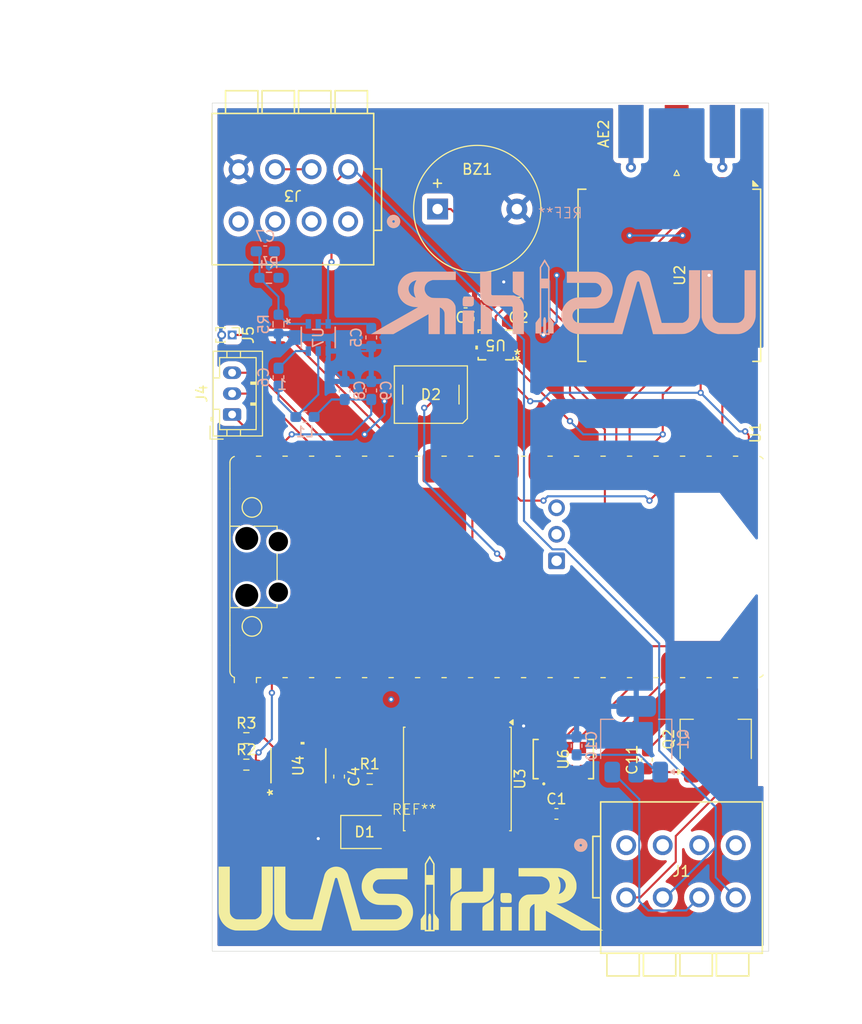
<source format=kicad_pcb>
(kicad_pcb (version 20240108) (generator "pcbnew") (generator_version "8.0")
  (layers (0 "F.Cu" signal) (31 "B.Cu" signal) (34 "B.Paste" user) (35 "F.Paste" user) (36 "B.SilkS" user "B.Silkscreen") (37 "F.SilkS" user "F.Silkscreen") (38 "B.Mask" user) (39 "F.Mask" user) (44 "Edge.Cuts" user))
  (net 0 "")
  (net 6 "Net-(D1-A)")
  (net 10 "TX_1")
  (net 14 "MOSI_1")
  (net 15 "SCK_1")
  (net 19 "MISO_1")
  (net 20 "+3.3V")
  (net 21 "/PYRO_1")
  (net 23 "RX_1")
  (net 24 "/PYRO_2")
  (net 25 "RST_GPS")
  (net 26 "Net-(J1-3_2)")
  (net 27 "CNs_1")
  (net 28 "GND")
  (net 29 "PIO1")
  (net 31 "Net-(J1-1_2)")
  (net 34 "/PYRO_CHECK_1")
  (net 35 "/PYRO_CHECK_2")
  (net 36 "/PYRO_EN")
  (net 37 "Net-(AE2-A)")
  (net 38 "PIO2")
  (net 39 "Net-(U3-TIMEPULSE)")
  (net 41 "Net-(AE1-A)")
  (net 51 "CNs_0")
  (net 52 "RST_LORA")
  (net 53 "MOSI_0")
  (net 54 "SCK_0")
  (net 56 "MISO_0")
  (net 58 "+5V")
  (net 59 "CNs_2")
  (net 60 "/Buz")
  (net 61 "/DIN_NP")
  (net 62 "SLC_0")
  (net 63 "SDA_0")
  (net 64 "+7.4V")
  (net 69 "BGND")
  (net 70 "Net-(U7-FB)")
  (net 71 "Net-(U7-BST)")
  (net 72 "Net-(U7-SW)")
  (net 77 "PIO3")
  (net 78 "SET")
  (footprint "Capacitor_SMD:C_0603_1608Metric_Pad1.08x0.95mm_HandSolder" (layer "F.Cu") (at 162.53 88.435)
    (property "Reference" "C1")
    (property "Value" "100nF")
  )
  (footprint "Connector_PinHeader_1.00mm:PinHeader_1x02_P1.00mm_Vertical" (layer "F.Cu") (at 131.445 42.545 -90)
    (property "Reference" "J5")
    (property "Value" "Conn_01x02_Pin")
  )
  (footprint "ADX375:LGA_CC-14-1_ADI" (layer "F.Cu") (at 137.795 83.82 90)
    (property "Reference" "U4")
    (property "Value" "ADXL375BCCZ-RL7")
  )
  (footprint "Module_RaspberryPi_Pico:RaspberryPi_Pico_W_SMD_HandSolder" (layer "F.Cu") (at 156.845 64.77 90)
    (property "Reference" "U1")
    (property "Value" "Pico")
  )
  (footprint "Buzzer_Beeper:Buzzer_12x9.5RM7.6" (layer "F.Cu") (at 151.14 30.48)
    (property "Reference" "BZ1")
    (property "Value" "Buzzer")
  )
  (footprint "RF_Module:Ai-Thinker-Ra-01-LoRa" (layer "F.Cu") (at 173.355 36.83 -90)
    (property "Reference" "U2")
    (property "Value" "Ai-Thinker-Ra-01")
  )
  (footprint "Connector_Coaxial:SMA_Molex_73251-1153_EdgeMount_Horizontal" (layer "F.Cu") (at 174.055 24.765 -90)
    (property "Reference" "AE2")
    (property "Value" "Antenna")
  )
  (footprint "Resistor_SMD:R_0603_1608Metric_Pad0.98x0.95mm_HandSolder" (layer "F.Cu") (at 132.810001 81.179099)
    (property "Reference" "R3")
    (property "Value" "10k")
  )
  (footprint "LSM6D032:LGA-14L_2P5X3X0P83_STM" (layer "F.Cu") (at 156.709999 43.5013 180)
    (property "Reference" "U5")
    (property "Value" "LSM6DSO32TR")
  )
  (footprint "MS5607:SON8_MS5611_TEC" (layer "F.Cu") (at 163.195 83.185 90)
    (property "Reference" "U6")
    (property "Value" "MS560702BA03-50")
  )
  (footprint "Capacitor_SMD:C_0603_1608Metric_Pad1.08x0.95mm_HandSolder" (layer "F.Cu") (at 158.902199 39.4413 180)
    (property "Reference" "C2")
    (property "Value" "100nF")
  )
  (footprint "Resistor_SMD:R_0603_1608Metric_Pad0.98x0.95mm_HandSolder" (layer "F.Cu") (at 144.6325 85.09)
    (property "Reference" "R1")
    (property "Value" "1k")
  )
  (footprint "Wago:CONN4_2601-1104_WAG" (layer "F.Cu") (at 142.565003 31.67 180)
    (property "Reference" "J3")
    (property "Value" "2601-1104")
  )
  (footprint "LED_SMD:LED_1210_3225Metric" (layer "F.Cu") (at 144.145 90.17)
    (property "Reference" "D1")
    (property "Value" "LED")
  )
  (footprint "Connector_JST:JST_PH_B3B-PH-K_1x03_P2.00mm_Vertical" (layer "F.Cu") (at 131.445 50.165 90)
    (property "Reference" "J4")
    (property "Value" "Conn_01x03_Socket" (hide yes))
  )
  (footprint "Capacitor_SMD:C_0603_1608Metric_Pad1.08x0.95mm_HandSolder" (layer "F.Cu") (at 153.822199 39.4413 180)
    (property "Reference" "C3")
    (property "Value" "100nF")
  )
  (footprint "Capacitor_SMD:C_0603_1608Metric_Pad1.08x0.95mm_HandSolder" (layer "F.Cu") (at 141.700001 84.8625 -90)
    (property "Reference" "C4")
    (property "Value" "100nF")
  )
  (footprint "Logos:HiPR" (layer "F.Cu") (at 148.893445 88.51662)
    (property "Reference" "REF**")
    (property "Value" "HiPR")
  )
  (footprint "Wago:CONN4_2601-1104_WAG" (layer "F.Cu") (at 169.219997 91.44)
    (property "Reference" "J1")
    (property "Value" "2601-1104" (hide yes))
  )
  (footprint "Capacitor_SMD:C_0603_1608Metric_Pad1.08x0.95mm_HandSolder" (layer "F.Cu") (at 171.21 83.25 90)
    (property "Reference" "C11")
    (property "Value" "1uF")
  )
  (footprint "Package_TO_SOT_SMD:SOT-223-3_TabPin2" (layer "F.Cu") (at 177.8 81.28 90)
    (property "Reference" "Q2")
    (property "Value" "NDT3055L")
  )
  (footprint "LED_SMD:LED_WS2812B_PLCC4_5.0x5.0mm_P3.2mm" (layer "F.Cu") (at 150.495 48.26)
    (property "Reference" "D2")
    (property "Value" "WS2812B")
  )
  (footprint "RF_GPS:ublox_MAX" (layer "F.Cu") (at 153.035 85.09 -90)
    (property "Reference" "U3")
    (property "Value" "MAX-M10S")
  )
  (footprint "Resistor_SMD:R_0603_1608Metric_Pad0.98x0.95mm_HandSolder" (layer "F.Cu") (at 132.810001 83.719099)
    (property "Reference" "R2")
    (property "Value" "10k")
  )
  (footprint "Package_TO_SOT_SMD:SOT-223-3_TabPin2" (layer "B.Cu") (at 170.18 81.28 90)
    (property "Reference" "Q1")
    (property "Value" "NDT3055L")
  )
  (footprint "Resistor_SMD:R_0603_1608Metric_Pad0.98x0.95mm_HandSolder" (layer "B.Cu") (at 134.9775 37.07 180)
    (property "Reference" "R4")
    (property "Value" "158k")
  )
  (footprint "Logos:HiPR" (layer "B.Cu") (at 162.891556 31.36662 180)
    (property "Reference" "REF**")
    (property "Value" "HiPR")
  )
  (footprint "Capacitor_SMD:C_0603_1608Metric_Pad1.08x0.95mm_HandSolder" (layer "B.Cu") (at 134.62 34.53 180)
    (property "Reference" "C7")
    (property "Value" "47pF")
  )
  (footprint "Capacitor_SMD:C_0603_1608Metric_Pad1.08x0.95mm_HandSolder" (layer "B.Cu") (at 164.465 81.915 90)
    (property "Reference" "C10")
    (property "Value" "1uF")
  )
  (footprint "Capacitor_SMD:C_0603_1608Metric_Pad1.08x0.95mm_HandSolder" (layer "B.Cu") (at 142.24 47.865 90)
    (property "Reference" "C8")
    (property "Value" "22uF")
  )
  (footprint "AP6300:TSOT6_AP63300WU-7_DIO" (layer "B.Cu") (at 139.7 42.785 -90)
    (property "Reference" "U7")
    (property "Value" "AP63300WU-7")
  )
  (footprint "Inductor_SMD:L_0603_1608Metric_Pad1.05x0.95mm_HandSolder" (layer "B.Cu") (at 138.43 50.405)
    (property "Reference" "L1")
    (property "Value" "6.8uH")
  )
  (footprint "Resistor_SMD:R_0603_1608Metric_Pad0.98x0.95mm_HandSolder" (layer "B.Cu") (at 135.89 41.515 -90)
    (property "Reference" "R5")
    (property "Value" "30.1k")
  )
  (footprint "Capacitor_SMD:C_0603_1608Metric_Pad1.08x0.95mm_HandSolder" (layer "B.Cu") (at 144.78 47.865 90)
    (property "Reference" "C9")
    (property "Value" "22uF")
  )
  (footprint "Capacitor_SMD:C_0603_1608Metric_Pad1.08x0.95mm_HandSolder" (layer "B.Cu") (at 135.89 46.595 -90)
    (property "Reference" "C6")
    (property "Value" "100nF")
  )
  (footprint "Capacitor_SMD:C_0603_1608Metric_Pad1.08x0.95mm_HandSolder" (layer "B.Cu") (at 144.78 42.785 -90)
    (property "Reference" "C5")
    (property "Value" "10uF")
  )
  (gr_rect (start 129.54 20.32) (end 182.88 101.6) (stroke (width 0.05)) (fill none) (layer "Edge.Cuts"))
  (segment (start 136.255 75.674214) (end 136.255 73.66) (width 0) (layer "F.Cu") (net 0))
  (segment (start 145.545 90.17) (end 145.545 86.915) (width 0.2) (layer "F.Cu") (net 6))
  (segment (start 145.545 86.915) (end 143.72 85.09) (width 0.2) (layer "F.Cu") (net 6))
  (segment (start 158.115 73.66) (end 158.115 75.22) (width 0.2) (layer "F.Cu") (net 10))
  (segment (start 155.235 78.1) (end 155.235 80.34) (width 0.2) (layer "F.Cu") (net 10))
  (segment (start 158.115 75.22) (end 155.235 78.1) (width 0.2) (layer "F.Cu") (net 10))
  (segment (start 168.275 76.1791) (end 162.57 81.8841) (width 0.2) (layer "F.Cu") (net 14))
  (segment (start 162.57 81.8841) (end 162.57 82.085) (width 0.2) (layer "F.Cu") (net 14))
  (segment (start 168.275 73.66) (end 168.275 76.1791) (width 0.2) (layer "F.Cu") (net 14))
  (segment (start 165.735 77.4691) (end 161.32 81.8841) (width 0.2) (layer "F.Cu") (net 15))
  (segment (start 161.32 81.8841) (end 161.32 82.085) (width 0.2) (layer "F.Cu") (net 15))
  (segment (start 165.735 73.66) (end 165.735 77.4691) (width 0.2) (layer "F.Cu") (net 15))
  (segment (start 170.815 73.66) (end 170.815 75.09) (width 0.2) (layer "F.Cu") (net 19))
  (segment (start 170.815 75.09) (end 164.6661 81.2389) (width 0.2) (layer "F.Cu") (net 19))
  (segment (start 164.4248 81.2389) (end 163.82 81.8437) (width 0.2) (layer "F.Cu") (net 19))
  (segment (start 164.6661 81.2389) (end 164.4248 81.2389) (width 0.2) (layer "F.Cu") (net 19))
  (segment (start 163.82 81.8437) (end 163.82 82.085) (width 0.2) (layer "F.Cu") (net 19))
  (segment (start 161.32 84.285) (end 161.32 88.0875) (width 0.2) (layer "F.Cu") (net 20))
  (segment (start 142.875 55.88) (end 147.295 60.3) (width 0.2) (layer "F.Cu") (net 20))
  (segment (start 147.295 60.3) (end 147.295 72.764364) (width 0.2) (layer "F.Cu") (net 20))
  (segment (start 141.700001 83.946599) (end 139.640097 83.946599) (width 0.2) (layer "F.Cu") (net 20))
  (segment (start 154.684699 41.936299) (end 155.499699 42.751299) (width 0.2) (layer "F.Cu") (net 20))
  (segment (start 139.640097 83.946599) (end 139.513498 83.82) (width 0.2) (layer "F.Cu") (net 20))
  (segment (start 154.684699 39.4413) (end 154.684699 41.936299) (width 0.2) (layer "F.Cu") (net 20))
  (segment (start 147.295 72.764364) (end 146.685 73.374364) (width 0.2) (layer "F.Cu") (net 20))
  (segment (start 161.32 88.0875) (end 161.6675 88.435) (width 0.2) (layer "F.Cu") (net 20))
  (segment (start 146.685 73.374364) (end 146.685 77.47) (width 0.2) (layer "F.Cu") (net 20))
  (via (at 146.685 77.47) (size 0.6) (drill 0.3) (layers "F.Cu" "B.Cu") (net 20))
  (via (at 162.56 36.83) (size 0.6) (drill 0.3) (layers "F.Cu" "B.Cu") (net 20))
  (via (at 161.29 42.545) (size 0.6) (drill 0.3) (layers "F.Cu" "B.Cu") (net 20))
  (via (at 174.625 33.02) (size 0.6) (drill 0.3) (layers "F.Cu" "B.Cu") (net 20))
  (via (at 169.545 33.02) (size 0.6) (drill 0.3) (layers "F.Cu" "B.Cu") (net 20))
  (via (at 144.145 52.07) (size 0.6) (drill 0.3) (layers "F.Cu" "B.Cu") (net 20))
  (via (at 146.05 48.895) (size 0.6) (drill 0.3) (layers "F.Cu" "B.Cu") (net 20))
  (segment (start 169.545 33.02) (end 174.625 33.02) (width 0.2) (layer "B.Cu") (net 20))
  (segment (start 146.05 50.165) (end 144.145 52.07) (width 0.2) (layer "B.Cu") (net 20))
  (segment (start 162.56 41.275) (end 161.29 42.545) (width 0.2) (layer "B.Cu") (net 20))
  (segment (start 146.05 48.895) (end 146.05 50.165) (width 0.2) (layer "B.Cu") (net 20))
  (segment (start 162.56 36.83) (end 162.56 41.275) (width 0.2) (layer "B.Cu") (net 20))
  (segment (start 164.465 82.7775) (end 170.482094 82.7775) (width 0.2) (layer "B.Cu") (net 21))
  (segment (start 172.134594 84.43) (end 172.48 84.43) (width 0.2) (layer "B.Cu") (net 21))
  (segment (start 170.482094 82.7775) (end 172.134594 84.43) (width 0.2) (layer "B.Cu") (net 21))
  (segment (start 156.335 78.615) (end 156.335 81.155) (width 0.2) (layer "F.Cu") (net 23))
  (segment (start 160.655 73.66) (end 160.655 74.295) (width 0.2) (layer "F.Cu") (net 23))
  (segment (start 160.655 74.295) (end 156.335 78.615) (width 0.2) (layer "F.Cu") (net 23))
  (segment (start 171.5275 84.43) (end 171.21 84.1125) (width 0.2) (layer "F.Cu") (net 24))
  (segment (start 175.5 84.43) (end 171.5275 84.43) (width 0.2) (layer "F.Cu") (net 24))
  (segment (start 148.635 78.695) (end 148.635 79.965) (width 0.2) (layer "F.Cu") (net 25))
  (segment (start 155.575 76.062352) (end 154.167352 77.47) (width 0.2) (layer "F.Cu") (net 25))
  (segment (start 154.167352 77.47) (end 149.86 77.47) (width 0.2) (layer "F.Cu") (net 25))
  (segment (start 155.575 73.66) (end 155.575 76.062352) (width 0.2) (layer "F.Cu") (net 25))
  (segment (start 149.86 77.47) (end 148.635 78.695) (width 0.2) (layer "F.Cu") (net 25))
  (segment (start 174.970001 97.69) (end 176.220001 96.44) (width 0.2) (layer "B.Cu") (net 26))
  (segment (start 171.35 97.69) (end 174.970001 97.69) (width 0.2) (layer "B.Cu") (net 26))
  (segment (start 167.88 84.43) (end 170.469997 87.019997) (width 0.2) (layer "B.Cu") (net 26))
  (segment (start 170.469997 87.019997) (end 170.469997 96.809997) (width 0.2) (layer "B.Cu") (net 26))
  (segment (start 170.469997 96.809997) (end 171.35 97.69) (width 0.2) (layer "B.Cu") (net 26))
  (segment (start 173.355 75.22) (end 166.49 82.085) (width 0.2) (layer "F.Cu") (net 27))
  (segment (start 166.49 82.085) (end 165.07 82.085) (width 0.2) (layer "F.Cu") (net 27))
  (segment (start 173.355 73.66) (end 173.355 75.22) (width 0.2) (layer "F.Cu") (net 27))
  (segment (start 141.700001 85.725) (end 141.3752 86.049801) (width 0.2) (layer "F.Cu") (net 28))
  (segment (start 157.435 81.64) (end 150.835 88.24) (width 0.2) (layer "F.Cu") (net 28))
  (segment (start 142.745 90.17) (end 142.11 90.805) (width 0.2) (layer "F.Cu") (net 28))
  (segment (start 136.595 74.86) (end 136.595 82.449099) (width 0.2) (layer "F.Cu") (net 28))
  (segment (start 177.165 36.83) (end 180.355 40.02) (width 0.2) (layer "F.Cu") (net 28))
  (segment (start 159.385 80.01) (end 159.055 80.34) (width 0.2) (layer "F.Cu") (net 28))
  (segment (start 150.835 88.24) (end 150.835 89.84) (width 0.2) (layer "F.Cu") (net 28))
  (segment (start 175.895 73.66) (end 175.895 77.7025) (width 0.2) (layer "F.Cu") (net 28))
  (segment (start 157.48 37.465) (end 158.039699 38.024699) (width 0.2) (layer "F.Cu") (net 28))
  (segment (start 163.82 84.285) (end 163.82 88.0075) (width 0.2) (layer "F.Cu") (net 28))
  (segment (start 142.745 90.17) (end 142.745 86.769999) (width 0.2) (layer "F.Cu") (net 28))
  (segment (start 156.709999 40.771) (end 156.709999 42.545) (width 0.2) (layer "F.Cu") (net 28))
  (segment (start 142.745 86.769999) (end 141.700001 85.725) (width 0.2) (layer "F.Cu") (net 28))
  (segment (start 177.165 36.83) (end 174.105 36.83) (width 0.2) (layer "F.Cu") (net 28))
  (segment (start 174.105 36.83) (end 166.355 44.58) (width 0.2) (layer "F.Cu") (net 28))
  (segment (start 137.795 73.66) (end 136.595 74.86) (width 0.2) (layer "F.Cu") (net 28))
  (segment (start 180.355 40.02) (end 180.355 44.83) (width 0.2) (layer "F.Cu") (net 28))
  (segment (start 159.055 80.34) (end 157.435 80.34) (width 0.2) (layer "F.Cu") (net 28))
  (segment (start 141.3752 86.049801) (end 139.053899 86.049801) (width 0.2) (layer "F.Cu") (net 28))
  (segment (start 157.435 80.34) (end 157.435 81.64) (width 0.2) (layer "F.Cu") (net 28))
  (segment (start 163.195 73.66) (end 163.195 76.2) (width 0.2) (layer "F.Cu") (net 28))
  (segment (start 163.195 76.2) (end 159.385 80.01) (width 0.2) (layer "F.Cu") (net 28))
  (segment (start 138.995 85.990902) (end 138.995 85.190901) (width 0.2) (layer "F.Cu") (net 28))
  (segment (start 166.355 44.58) (end 166.355 44.83) (width 0.2) (layer "F.Cu") (net 28))
  (segment (start 159.385 80.01) (end 159.385 87.456722) (width 0.2) (layer "F.Cu") (net 28))
  (segment (start 162.6175 89.21) (end 163.3925 88.435) (width 0.2) (layer "F.Cu") (net 28))
  (segment (start 142.11 90.805) (end 139.7 90.805) (width 0.2) (layer "F.Cu") (net 28))
  (segment (start 175.895 77.7025) (end 171.21 82.3875) (width 0.2) (layer "F.Cu") (net 28))
  (segment (start 158.039699 38.024699) (end 158.039699 39.4413) (width 0.2) (layer "F.Cu") (net 28))
  (segment (start 175.895 76.225) (end 177.8 78.13) (width 0.2) (layer "F.Cu") (net 28))
  (segment (start 161.138278 89.21) (end 162.6175 89.21) (width 0.2) (layer "F.Cu") (net 28))
  (segment (start 177.165 36.83) (end 177.165 36.195) (width 0.2) (layer "F.Cu") (net 28))
  (segment (start 158.039699 39.4413) (end 156.709999 40.771) (width 0.2) (layer "F.Cu") (net 28))
  (segment (start 177.165 36.195) (end 178.355 35.005) (width 0.2) (layer "F.Cu") (net 28))
  (segment (start 163.82 88.0075) (end 163.3925 88.435) (width 0.2) (layer "F.Cu") (net 28))
  (segment (start 177.8 78.13) (end 177.8 84.43) (width 0.2) (layer "F.Cu") (net 28))
  (segment (start 178.355 35.005) (end 178.355 28.83) (width 0.2) (layer "F.Cu") (net 28))
  (segment (start 159.385 87.456722) (end 161.138278 89.21) (width 0.2) (layer "F.Cu") (net 28))
  (segment (start 175.895 73.66) (end 175.895 76.225) (width 0.2) (layer "F.Cu") (net 28))
  (segment (start 139.053899 86.049801) (end 138.995 85.990902) (width 0.2) (layer "F.Cu") (net 28))
  (via (at 159.385 80.01) (size 0.6) (drill 0.3) (layers "F.Cu" "B.Cu") (net 28))
  (via (at 177.165 36.83) (size 0.6) (drill 0.3) (layers "F.Cu" "B.Cu") (net 28))
  (via (at 157.48 37.465) (size 0.6) (drill 0.3) (layers "F.Cu" "B.Cu") (net 28))
  (via (at 139.7 90.805) (size 0.6) (drill 0.3) (layers "F.Cu" "B.Cu") (net 28))
  (segment (start 142.24 47.0025) (end 144.78 47.0025) (width 0.2) (layer "B.Cu") (net 28))
  (segment (start 144.339249 44.088251) (end 144.78 43.6475) (width 0.2) (layer "B.Cu") (net 28))
  (segment (start 140.650001 44.088251) (end 140.650001 45.412501) (width 0.2) (layer "B.Cu") (net 28))
  (segment (start 140.650001 44.088251) (end 144.339249 44.088251) (width 0.2) (layer "B.Cu") (net 28))
  (segment (start 140.650001 45.412501) (end 142.24 47.0025) (width 0.2) (layer "B.Cu") (net 28))
  (segment (start 140.335 73.66) (end 137.15 70.475) (width 0.2) (layer "F.Cu") (net 29))
  (segment (start 137.15 60.315) (end 133.815 56.98) (width 0.2) (layer "F.Cu") (net 29))
  (segment (start 133.815 52.535) (end 131.445 50.165) (width 0.2) (layer "F.Cu") (net 29))
  (segment (start 133.815 56.98) (end 133.815 52.535) (width 0.2) (layer "F.Cu") (net 29))
  (segment (start 137.15 70.475) (end 137.15 60.315) (width 0.2) (layer "F.Cu") (net 29))
  (segment (start 173.97 93.033499) (end 170.563499 96.44) (width 0.2) (layer "F.Cu") (net 31))
  (segment (start 180.1 84.43) (end 173.97 90.56) (width 0.2) (layer "F.Cu") (net 31))
  (segment (start 170.563499 96.44) (end 169.219997 96.44) (width 0.2) (layer "F.Cu") (net 31))
  (segment (start 173.97 90.56) (end 173.97 93.033499) (width 0.2) (layer "F.Cu") (net 31))
  (segment (start 174.055 23.045) (end 174.055 24.44) (width 0.2) (layer "F.Cu") (net 37))
  (segment (start 174.055 24.44) (end 177.145 27.53) (width 0.2) (layer "F.Cu") (net 37))
  (segment (start 180.355 28.58) (end 180.355 28.83) (width 0.2) (layer "F.Cu") (net 37))
  (segment (start 179.305 27.53) (end 180.355 28.58) (width 0.2) (layer "F.Cu") (net 37))
  (segment (start 177.145 27.53) (end 179.305 27.53) (width 0.2) (layer "F.Cu") (net 37))
  (segment (start 138.905031 65.954969) (end 138.295 66.565) (width 0.2) (layer "F.Cu") (net 38))
  (segment (start 138.295 66.565) (end 138.295 69.08) (width 0.2) (layer "F.Cu") (net 38))
  (segment (start 131.445 48.165) (end 134.103529 48.165) (width 0.2) (layer "F.Cu") (net 38))
  (segment (start 138.295 69.08) (end 142.875 73.66) (width 0.2) (layer "F.Cu") (net 38))
  (segment (start 134.103529 48.165) (end 138.905031 52.966502) (width 0.2) (layer "F.Cu") (net 38))
  (segment (start 138.905031 52.966502) (end 138.905031 65.954969) (width 0.2) (layer "F.Cu") (net 38))
  (segment (start 154.135 81.24) (end 154.135 80.34) (width 0.2) (layer "F.Cu") (net 39))
  (segment (start 145.545 85.09) (end 150.285 85.09) (width 0.2) (layer "F.Cu") (net 39))
  (segment (start 150.285 85.09) (end 154.135 81.24) (width 0.2) (layer "F.Cu") (net 39))
  (segment (start 178.435 44.91) (end 178.355 44.83) (width 0.2) (layer "F.Cu") (net 51))
  (segment (start 178.435 55.88) (end 178.435 44.91) (width 0.2) (layer "F.Cu") (net 51))
  (segment (start 168.275 55.88) (end 168.275 51.435) (width 0.2) (layer "F.Cu") (net 52))
  (segment (start 164.23 47.39) (end 164.23 41.744314) (width 0.2) (layer "F.Cu") (net 52))
  (segment (start 164.23 41.744314) (end 174.355 31.619314) (width 0.2) (layer "F.Cu") (net 52))
  (segment (start 174.355 31.619314) (end 174.355 28.83) (width 0.2) (layer "F.Cu") (net 52))
  (segment (start 168.275 51.435) (end 164.23 47.39) (width 0.2) (layer "F.Cu") (net 52))
  (segment (start 180.622843 51.787157) (end 180.622842 51.787157) (width 0.2) (layer "F.Cu") (net 53))
  (segment (start 160.02 48.895) (end 157.209998 46.084998) (width 0.2) (layer "F.Cu") (net 53))
  (segment (start 176.355 44.83) (end 176.355 48.085) (width 0.2) (layer "F.Cu") (net 53))
  (segment (start 180.975 55.88) (end 180.975 52.139314) (width 0.2) (layer "F.Cu") (net 53))
  (segment (start 157.209998 46.084998) (end 157.209998 44.4576) (width 0.2) (layer "F.Cu") (net 53))
  (segment (start 180.975 52.139314) (end 180.622843 51.787157) (width 0.2) (layer "F.Cu") (net 53))
  (via (at 180.622843 51.787157) (size 0.6) (drill 0.3) (layers "F.Cu" "B.Cu") (net 53))
  (via (at 176.355 48.085) (size 0.6) (drill 0.3) (layers "F.Cu" "B.Cu") (net 53))
  (via (at 160.02 48.895) (size 0.6) (drill 0.3) (layers "F.Cu" "B.Cu") (net 53))
  (segment (start 176.355 48.085) (end 161.9 48.085) (width 0.2) (layer "B.Cu") (net 53))
  (segment (start 161.09 48.895) (end 160.02 48.895) (width 0.2) (layer "B.Cu") (net 53))
  (segment (start 180.057157 51.787157) (end 176.355 48.085) (width 0.2) (layer "B.Cu") (net 53))
  (segment (start 161.9 48.085) (end 161.09 48.895) (width 0.2) (layer "B.Cu") (net 53))
  (segment (start 180.622843 51.787157) (end 180.057157 51.787157) (width 0.2) (layer "B.Cu") (net 53))
  (segment (start 172.355 46.085) (end 172.355 44.83) (width 0.2) (layer "F.Cu") (net 54))
  (segment (start 173.355 55.88) (end 173.355 56.515) (width 0.2) (layer "F.Cu") (net 54))
  (segment (start 172.72 57.15) (end 170.529364 57.15) (width 0.2) (layer "F.Cu") (net 54))
  (segment (start 161.29 58.42) (end 159.099364 58.42) (width 0.2) (layer "F.Cu") (net 54))
  (segment (start 169.545 56.165636) (end 169.545 48.895) (width 0.2) (layer "F.Cu") (net 54))
  (segment (start 173.355 56.515) (end 171.45 58.42) (width 0.2) (layer "F.Cu") (net 54))
  (segment (start 159.099364 58.42) (end 156.709999 56.030635) (width 0.2) (layer "F.Cu") (net 54))
  (segment (start 169.545 48.895) (end 172.355 46.085) (width 0.2) (layer "F.Cu") (net 54))
  (segment (start 170.529364 57.15) (end 169.545 56.165636) (width 0.2) (layer "F.Cu") (net 54))
  (segment (start 156.709999 56.030635) (end 156.709999 44.4576) (width 0.2) (layer "F.Cu") (net 54))
  (via (at 171.45 58.42) (size 0.6) (drill 0.3) (layers "F.Cu" "B.Cu") (net 54))
  (via (at 161.29 58.42) (size 0.6) (drill 0.3) (layers "F.Cu" "B.Cu") (net 54))
  (segment (start 161.7041 58.0059) (end 161.29 58.42) (width 0.2) (layer "B.Cu") (net 54))
  (segment (start 171.45 58.42) (end 171.0359 58.0059) (width 0.2) (layer "B.Cu") (net 54))
  (segment (start 171.0359 58.0059) (end 161.7041 58.0059) (width 0.2) (layer "B.Cu") (net 54))
  (segment (start 172.72 52.07) (end 170.815 53.975) (width 0.2) (layer "F.Cu") (net 56))
  (segment (start 170.815 53.975) (end 170.815 55.88) (width 0.2) (layer "F.Cu") (net 56))
  (segment (start 172.72 52.07) (end 172.72 48.26) (width 0.2) (layer "F.Cu") (net 56))
  (segment (start 174.355 46.625) (end 174.355 44.83) (width 0.2) (layer "F.Cu") (net 56))
  (segment (start 163.83 50.8) (end 157.920299 44.890299) (width 0.2) (layer "F.Cu") (net 56))
  (segment (start 157.920299 44.890299) (end 157.920299 44.251301) (width 0.2) (layer "F.Cu") (net 56))
  (segment (start 172.72 48.26) (end 174.355 46.625) (width 0.2) (layer "F.Cu") (net 56))
  (via (at 163.83 50.8) (size 0.6) (drill 0.3) (layers "F.Cu" "B.Cu") (net 56))
  (via (at 172.72 52.07) (size 0.6) (drill 0.3) (layers "F.Cu" "B.Cu") (net 56))
  (segment (start 165.1 52.07) (end 172.72 52.07) (width 0.2) (layer "B.Cu") (net 56))
  (segment (start 163.83 50.8) (end 165.1 52.07) (width 0.2) (layer "B.Cu") (net 56))
  (segment (start 135.255 53.975) (end 137.16 52.07) (width 0.2) (layer "F.Cu") (net 58))
  (via (at 137.16 52.07) (size 0.6) (drill 0.3) (layers "F.Cu" "B.Cu") (net 58))
  (segment (start 142.875 52.07) (end 144.78 50.165) (width 0.2) (layer "B.Cu") (net 58))
  (segment (start 144.78 50.165) (end 144.78 48.7275) (width 0.2) (layer "B.Cu") (net 58))
  (segment (start 140.9825 48.7275) (end 139.305 50.405) (width 0.2) (layer "B.Cu") (net 58))
  (segment (start 142.24 48.7275) (end 140.9825 48.7275) (width 0.2) (layer "B.Cu") (net 58))
  (segment (start 144.78 48.7275) (end 140.9825 48.7275) (width 0.2) (layer "B.Cu") (net 58))
  (segment (start 137.16 52.07) (end 142.875 52.07) (width 0.2) (layer "B.Cu") (net 58))
  (segment (start 154.475 46.1926) (end 156.21 44.4576) (width 0.2) (layer "F.Cu") (net 59))
  (segment (start 147.955 73.66) (end 154.475 67.14) (width 0.2) (layer "F.Cu") (net 59))
  (segment (start 154.475 67.14) (end 154.475 46.1926) (width 0.2) (layer "F.Cu") (net 59))
  (segment (start 167.175 65.341422) (end 167.175 51.605) (width 0.2) (layer "F.Cu") (net 60))
  (segment (start 152.4 30.48) (end 151.14 30.48) (width 0.2) (layer "F.Cu") (net 60))
  (segment (start 167.175 51.605) (end 163.83 48.26) (width 0.2) (layer "F.Cu") (net 60))
  (segment (start 163.83 48.26) (end 163.83 41.91) (width 0.2) (layer "F.Cu") (net 60))
  (segment (start 173.803578 71.97) (end 167.175 65.341422) (width 0.2) (layer "F.Cu") (net 60))
  (segment (start 180.975 73.66) (end 179.990636 73.66) (width 0.2) (layer "F.Cu") (net 60))
  (segment (start 178.263476 71.93284) (end 178.226317 71.97) (width 0.2) (layer "F.Cu") (net 60))
  (segment (start 179.990636 73.66) (end 178.263476 71.93284) (width 0.2) (layer "F.Cu") (net 60))
  (segment (start 178.226317 71.97) (end 173.803578 71.97) (width 0.2) (layer "F.Cu") (net 60))
  (segment (start 163.83 41.91) (end 152.4 30.48) (width 0.2) (layer "F.Cu") (net 60))
  (segment (start 177.145 72.37) (end 165.715 72.37) (width 0.2) (layer "F.Cu") (net 61))
  (segment (start 178.435 73.66) (end 177.145 72.37) (width 0.2) (layer "F.Cu") (net 61))
  (segment (start 150.025 49.53) (end 149.86 49.53) (width 0.2) (layer "F.Cu") (net 61))
  (segment (start 165.715 72.37) (end 156.845 63.5) (width 0.2) (layer "F.Cu") (net 61))
  (segment (start 152.945 46.61) (end 150.025 49.53) (width 0.2) (layer "F.Cu") (net 61))
  (via (at 149.86 49.53) (size 0.6) (drill 0.3) (layers "F.Cu" "B.Cu") (net 61))
  (via (at 156.845 63.5) (size 0.6) (drill 0.3) (layers "F.Cu" "B.Cu") (net 61))
  (segment (start 156.845 63.5) (end 149.86 56.515) (width 0.2) (layer "B.Cu") (net 61))
  (segment (start 149.86 56.515) (end 149.86 49.53) (width 0.2) (layer "B.Cu") (net 61))
  (segment (start 136.076502 83.82) (end 133.823402 83.82) (width 0.2) (layer "F.Cu") (net 62))
  (segment (start 135.255 73.66) (end 135.255 76.835) (width 0.2) (layer "F.Cu") (net 62))
  (segment (start 135.255 76.835) (end 135.255 76.87) (width 0.2) (layer "F.Cu") (net 62))
  (segment (start 133.722501 82.812499) (end 133.985 82.55) (width 0.2) (layer "F.Cu") (net 62))
  (segment (start 133.823402 83.82) (end 133.722501 83.719099) (width 0.2) (layer "F.Cu") (net 62))
  (segment (start 133.722501 83.719099) (end 133.722501 82.812499) (width 0.2) (layer "F.Cu") (net 62))
  (via (at 135.255 76.835) (size 0.6) (drill 0.3) (layers "F.Cu" "B.Cu") (net 62))
  (via (at 133.985 82.55) (size 0.6) (drill 0.3) (layers "F.Cu" "B.Cu") (net 62))
  (segment (start 135.255 81.28) (end 133.985 82.55) (width 0.2) (layer "B.Cu") (net 62))
  (segment (start 135.255 76.835) (end 135.255 81.28) (width 0.2) (layer "B.Cu") (net 62))
  (segment (start 133.722501 81.179099) (end 134.525001 81.179099) (width 0.2) (layer "F.Cu") (net 63))
  (segment (start 132.715 76.2) (end 133.722501 77.207501) (width 0.2) (layer "F.Cu") (net 63))
  (segment (start 132.715 73.66) (end 132.715 76.2) (width 0.2) (layer "F.Cu") (net 63))
  (segment (start 134.525001 81.179099) (end 135.795001 82.449099) (width 0.2) (layer "F.Cu") (net 63))
  (segment (start 133.722501 77.207501) (end 133.722501 81.179099) (width 0.2) (layer "F.Cu") (net 63))
  (segment (start 140.97 28.265003) (end 142.580004 26.654999) (width 0.2) (layer "F.Cu") (net 64))
  (segment (start 140.97 35.56) (end 140.97 28.265003) (width 0.2) (layer "F.Cu") (net 64))
  (via (at 140.97 35.56) (size 0.6) (drill 0.3) (layers "F.Cu" "B.Cu") (net 64))
  (segment (start 139.7 41.481749) (end 140.650001 41.481749) (width 0.2) (layer "B.Cu") (net 64))
  (segment (start 163.357648 63.0859) (end 172.38 72.108252) (width 0.2) (layer "B.Cu") (net 64))
  (segment (start 172.38 82.375406) (end 177.8 87.795406) (width 0.2) (layer "B.Cu") (net 64))
  (segment (start 140.64625 41.477998) (end 140.64625 35.88375) (width 0.2) (layer "B.Cu") (net 64))
  (segment (start 140.64625 35.88375) (end 140.97 35.56) (width 0.2) (layer "B.Cu") (net 64))
  (segment (start 159.42 60.36) (end 162.1459 63.0859) (width 0.2) (layer "B.Cu") (net 64))
  (segment (start 144.78 41.9225) (end 144.45625 41.59875) (width 0.2) (layer "B.Cu") (net 64))
  (segment (start 172.38 72.108252) (end 172.38 82.375406) (width 0.2) (layer "B.Cu") (net 64))
  (segment (start 177.8 87.795406) (end 177.8 94.519999) (width 0.2) (layer "B.Cu") (net 64))
  (segment (start 162.1459 63.0859) (end 163.357648 63.0859) (width 0.2) (layer "B.Cu") (net 64))
  (segment (start 142.565003 26.157232) (end 159.42 43.012229) (width 0.2) (layer "B.Cu") (net 64))
  (segment (start 159.42 43.012229) (end 159.42 60.36) (width 0.2) (layer "B.Cu") (net 64))
  (segment (start 177.8 91.627768) (end 172.987768 96.44) (width 0.2) (layer "B.Cu") (net 64))
  (segment (start 177.8 90.805) (end 177.8 91.627768) (width 0.2) (layer "B.Cu") (net 64))
  (segment (start 140.650001 41.481749) (end 144.339249 41.481749) (width 0.2) (layer "B.Cu") (net 64))
  (segment (start 172.987768 96.44) (end 172.72 96.44) (width 0.2) (layer "B.Cu") (net 64))
  (segment (start 177.8 94.519999) (end 179.720001 96.44) (width 0.2) (layer "B.Cu") (net 64))
  (segment (start 140.650001 41.481749) (end 140.64625 41.477998) (width 0.2) (layer "B.Cu") (net 64))
  (segment (start 144.339249 41.481749) (end 144.78 41.9225) (width 0.2) (layer "B.Cu") (net 64))
  (segment (start 139.065 26.67) (end 135.564999 26.67) (width 0.2) (layer "F.Cu") (net 69))
  (segment (start 135.89 38.895) (end 134.065 37.07) (width 0.2) (layer "B.Cu") (net 70))
  (segment (start 136.769249 41.481749) (end 135.89 40.6025) (width 0.2) (layer "B.Cu") (net 70))
  (segment (start 134.065 37.07) (end 134.065 34.8375) (width 0.2) (layer "B.Cu") (net 70))
  (segment (start 135.89 40.6025) (end 135.89 38.895) (width 0.2) (layer "B.Cu") (net 70))
  (segment (start 134.065 34.8375) (end 133.7575 34.53) (width 0.2) (layer "B.Cu") (net 70))
  (segment (start 138.749999 41.481749) (end 136.769249 41.481749) (width 0.2) (layer "B.Cu") (net 70))
  (segment (start 138.749999 44.088251) (end 137.534249 44.088251) (width 0.2) (layer "B.Cu") (net 71))
  (segment (start 137.534249 44.088251) (end 135.89 45.7325) (width 0.2) (layer "B.Cu") (net 71))
  (segment (start 135.89 48.74) (end 137.555 50.405) (width 0.2) (layer "B.Cu") (net 72))
  (segment (start 139.7 44.088251) (end 139.7 48.26) (width 0.2) (layer "B.Cu") (net 72))
  (segment (start 139.7 48.26) (end 137.555 50.405) (width 0.2) (layer "B.Cu") (net 72))
  (segment (start 135.89 47.4575) (end 135.89 48.74) (width 0.2) (layer "B.Cu") (net 72))
  (segment (start 146.895 61.795636) (end 141.435 56.335636) (width 0.2) (layer "F.Cu") (net 77))
  (segment (start 145.415 73.66) (end 146.895 72.18) (width 0.2) (layer "F.Cu") (net 77))
  (segment (start 133.795 46.165) (end 131.445 46.165) (width 0.2) (layer "F.Cu") (net 77))
  (segment (start 141.435 53.805) (end 133.795 46.165) (width 0.2) (layer "F.Cu") (net 77))
  (segment (start 146.895 72.18) (end 146.895 61.795636) (width 0.2) (layer "F.Cu") (net 77))
  (segment (start 141.435 56.335636) (end 141.435 53.805) (width 0.2) (layer "F.Cu") (net 77))
  (segment (start 147.955 53.815031) (end 147.955 55.88) (width 0.2) (layer "F.Cu") (net 78))
  (segment (start 131.445 42.545) (end 136.684969 42.545) (width 0.2) (layer "F.Cu") (net 78))
  (segment (start 136.684969 42.545) (end 147.955 53.815031) (width 0.2) (layer "F.Cu") (net 78))
  (zone (net 20) (net_name "+3.3V") (layer "F.Cu") (connect_pads (clearance 0.5)) (min_thickness 0.25) (fill yes (thermal_gap 0.5) (thermal_bridge_width 0.5))
    (polygon (pts (xy 128.905 19.685) (xy 183.515 19.685) (xy 184.15 20.32) (xy 184.15 104.14) (xy 128.905 104.14) (xy 128.27 103.505) (xy 128.27 20.32)))
  )
  (zone (net 28) (net_name "GND") (layer "B.Cu") (priority 1) (connect_pads (clearance 0.5)) (min_thickness 0.25) (fill yes (thermal_gap 0.5) (thermal_bridge_width 0.5))
    (polygon (pts (xy 187.325 16.51) (xy 187.325 107.315) (xy 186.055 108.585) (xy 124.46 108.585) (xy 124.46 18.415) (xy 126.365 16.51)))
  )
)
</source>
